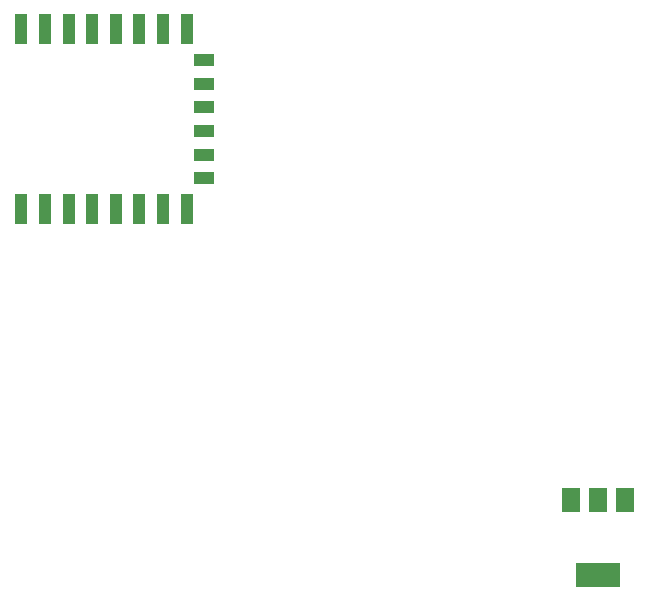
<source format=gbr>
%TF.GenerationSoftware,KiCad,Pcbnew,(5.1.6)-1*%
%TF.CreationDate,2021-04-21T16:58:09+02:00*%
%TF.ProjectId,_7SEG_CONTROL,5f375345-475f-4434-9f4e-54524f4c2e6b,rev?*%
%TF.SameCoordinates,Original*%
%TF.FileFunction,Paste,Bot*%
%TF.FilePolarity,Positive*%
%FSLAX46Y46*%
G04 Gerber Fmt 4.6, Leading zero omitted, Abs format (unit mm)*
G04 Created by KiCad (PCBNEW (5.1.6)-1) date 2021-04-21 16:58:09*
%MOMM*%
%LPD*%
G01*
G04 APERTURE LIST*
%ADD10R,1.000000X2.500000*%
%ADD11R,1.800000X1.000000*%
%ADD12R,3.800000X2.000000*%
%ADD13R,1.500000X2.000000*%
G04 APERTURE END LIST*
D10*
%TO.C,U4*%
X109530000Y-72156000D03*
X111530000Y-72156000D03*
X113530000Y-72156000D03*
X115530000Y-72156000D03*
X117530000Y-72156000D03*
X119530000Y-72156000D03*
X121530000Y-72156000D03*
X123530000Y-72156000D03*
D11*
X125030000Y-74756000D03*
X125030000Y-76756000D03*
X125030000Y-78756000D03*
X125030000Y-80756000D03*
X125030000Y-82756000D03*
X125030000Y-84756000D03*
D10*
X123530000Y-87356000D03*
X121530000Y-87356000D03*
X119530000Y-87356000D03*
X117530000Y-87356000D03*
X115530000Y-87356000D03*
X113530000Y-87356000D03*
X111530000Y-87356000D03*
X109530000Y-87356000D03*
%TD*%
D12*
%TO.C,U2*%
X158336000Y-118344000D03*
D13*
X158336000Y-112044000D03*
X160636000Y-112044000D03*
X156036000Y-112044000D03*
%TD*%
M02*

</source>
